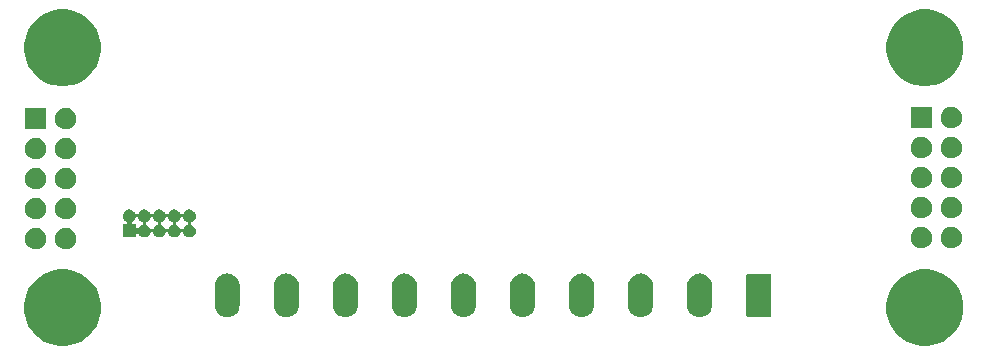
<source format=gbr>
G04 #@! TF.GenerationSoftware,KiCad,Pcbnew,5.1.5+dfsg1-2build2*
G04 #@! TF.CreationDate,2020-10-19T23:11:39-07:00*
G04 #@! TF.ProjectId,evc_seriously,6576635f-7365-4726-996f-75736c792e6b,rev?*
G04 #@! TF.SameCoordinates,Original*
G04 #@! TF.FileFunction,Soldermask,Bot*
G04 #@! TF.FilePolarity,Negative*
%FSLAX46Y46*%
G04 Gerber Fmt 4.6, Leading zero omitted, Abs format (unit mm)*
G04 Created by KiCad (PCBNEW 5.1.5+dfsg1-2build2) date 2020-10-19 23:11:39*
%MOMM*%
%LPD*%
G04 APERTURE LIST*
%ADD10C,0.100000*%
G04 APERTURE END LIST*
D10*
G36*
X217634239Y-122811467D02*
G01*
X217948282Y-122873934D01*
X218539926Y-123119001D01*
X218930164Y-123379750D01*
X218992251Y-123421235D01*
X219072392Y-123474784D01*
X219525216Y-123927608D01*
X219880999Y-124460074D01*
X220126066Y-125051718D01*
X220126066Y-125051719D01*
X220251000Y-125679803D01*
X220251000Y-126320197D01*
X220244131Y-126354728D01*
X220126066Y-126948282D01*
X219880999Y-127539926D01*
X219525216Y-128072392D01*
X219072392Y-128525216D01*
X218539926Y-128880999D01*
X217948282Y-129126066D01*
X217634239Y-129188533D01*
X217320197Y-129251000D01*
X216679803Y-129251000D01*
X216365761Y-129188533D01*
X216051718Y-129126066D01*
X215460074Y-128880999D01*
X214927608Y-128525216D01*
X214474784Y-128072392D01*
X214119001Y-127539926D01*
X213873934Y-126948282D01*
X213755869Y-126354728D01*
X213749000Y-126320197D01*
X213749000Y-125679803D01*
X213873934Y-125051719D01*
X213873934Y-125051718D01*
X214119001Y-124460074D01*
X214474784Y-123927608D01*
X214927608Y-123474784D01*
X215007750Y-123421235D01*
X215069836Y-123379750D01*
X215460074Y-123119001D01*
X216051718Y-122873934D01*
X216365761Y-122811467D01*
X216679803Y-122749000D01*
X217320197Y-122749000D01*
X217634239Y-122811467D01*
G37*
G36*
X144634239Y-122811467D02*
G01*
X144948282Y-122873934D01*
X145539926Y-123119001D01*
X145930164Y-123379750D01*
X145992251Y-123421235D01*
X146072392Y-123474784D01*
X146525216Y-123927608D01*
X146880999Y-124460074D01*
X147126066Y-125051718D01*
X147126066Y-125051719D01*
X147251000Y-125679803D01*
X147251000Y-126320197D01*
X147244131Y-126354728D01*
X147126066Y-126948282D01*
X146880999Y-127539926D01*
X146525216Y-128072392D01*
X146072392Y-128525216D01*
X145539926Y-128880999D01*
X144948282Y-129126066D01*
X144634239Y-129188533D01*
X144320197Y-129251000D01*
X143679803Y-129251000D01*
X143365761Y-129188533D01*
X143051718Y-129126066D01*
X142460074Y-128880999D01*
X141927608Y-128525216D01*
X141474784Y-128072392D01*
X141119001Y-127539926D01*
X140873934Y-126948282D01*
X140755869Y-126354728D01*
X140749000Y-126320197D01*
X140749000Y-125679803D01*
X140873934Y-125051719D01*
X140873934Y-125051718D01*
X141119001Y-124460074D01*
X141474784Y-123927608D01*
X141927608Y-123474784D01*
X142007750Y-123421235D01*
X142069836Y-123379750D01*
X142460074Y-123119001D01*
X143051718Y-122873934D01*
X143365761Y-122811467D01*
X143679803Y-122749000D01*
X144320197Y-122749000D01*
X144634239Y-122811467D01*
G37*
G36*
X168152032Y-123132207D02*
G01*
X168350146Y-123192305D01*
X168350149Y-123192306D01*
X168404873Y-123221557D01*
X168532729Y-123289897D01*
X168692765Y-123421235D01*
X168824103Y-123581271D01*
X168869939Y-123667025D01*
X168921694Y-123763851D01*
X168921695Y-123763854D01*
X168981793Y-123961968D01*
X168997000Y-124116370D01*
X168997000Y-125819630D01*
X168981793Y-125974032D01*
X168921695Y-126172145D01*
X168921694Y-126172149D01*
X168869939Y-126268975D01*
X168824103Y-126354729D01*
X168692765Y-126514765D01*
X168532729Y-126646103D01*
X168427729Y-126702226D01*
X168350148Y-126743694D01*
X168350145Y-126743695D01*
X168152031Y-126803793D01*
X167946000Y-126824085D01*
X167739968Y-126803793D01*
X167541854Y-126743695D01*
X167541851Y-126743694D01*
X167428024Y-126682852D01*
X167359271Y-126646103D01*
X167199235Y-126514765D01*
X167067897Y-126354729D01*
X166970307Y-126172149D01*
X166970306Y-126172148D01*
X166970305Y-126172145D01*
X166910207Y-125974031D01*
X166895000Y-125819629D01*
X166895000Y-124116369D01*
X166910207Y-123961967D01*
X166970305Y-123763854D01*
X167033904Y-123644870D01*
X167067898Y-123581271D01*
X167199236Y-123421235D01*
X167359272Y-123289897D01*
X167487128Y-123221557D01*
X167541852Y-123192306D01*
X167541855Y-123192305D01*
X167739969Y-123132207D01*
X167946000Y-123111915D01*
X168152032Y-123132207D01*
G37*
G36*
X158152032Y-123132207D02*
G01*
X158350146Y-123192305D01*
X158350149Y-123192306D01*
X158404873Y-123221557D01*
X158532729Y-123289897D01*
X158692765Y-123421235D01*
X158824103Y-123581271D01*
X158869939Y-123667025D01*
X158921694Y-123763851D01*
X158921695Y-123763854D01*
X158981793Y-123961968D01*
X158997000Y-124116370D01*
X158997000Y-125819630D01*
X158981793Y-125974032D01*
X158921695Y-126172145D01*
X158921694Y-126172149D01*
X158869939Y-126268975D01*
X158824103Y-126354729D01*
X158692765Y-126514765D01*
X158532729Y-126646103D01*
X158427729Y-126702226D01*
X158350148Y-126743694D01*
X158350145Y-126743695D01*
X158152031Y-126803793D01*
X157946000Y-126824085D01*
X157739968Y-126803793D01*
X157541854Y-126743695D01*
X157541851Y-126743694D01*
X157428024Y-126682852D01*
X157359271Y-126646103D01*
X157199235Y-126514765D01*
X157067897Y-126354729D01*
X156970307Y-126172149D01*
X156970306Y-126172148D01*
X156970305Y-126172145D01*
X156910207Y-125974031D01*
X156895000Y-125819629D01*
X156895000Y-124116369D01*
X156910207Y-123961967D01*
X156970305Y-123763854D01*
X157033904Y-123644870D01*
X157067898Y-123581271D01*
X157199236Y-123421235D01*
X157359272Y-123289897D01*
X157487128Y-123221557D01*
X157541852Y-123192306D01*
X157541855Y-123192305D01*
X157739969Y-123132207D01*
X157946000Y-123111915D01*
X158152032Y-123132207D01*
G37*
G36*
X163152032Y-123132207D02*
G01*
X163350146Y-123192305D01*
X163350149Y-123192306D01*
X163404873Y-123221557D01*
X163532729Y-123289897D01*
X163692765Y-123421235D01*
X163824103Y-123581271D01*
X163869939Y-123667025D01*
X163921694Y-123763851D01*
X163921695Y-123763854D01*
X163981793Y-123961968D01*
X163997000Y-124116370D01*
X163997000Y-125819630D01*
X163981793Y-125974032D01*
X163921695Y-126172145D01*
X163921694Y-126172149D01*
X163869939Y-126268975D01*
X163824103Y-126354729D01*
X163692765Y-126514765D01*
X163532729Y-126646103D01*
X163427729Y-126702226D01*
X163350148Y-126743694D01*
X163350145Y-126743695D01*
X163152031Y-126803793D01*
X162946000Y-126824085D01*
X162739968Y-126803793D01*
X162541854Y-126743695D01*
X162541851Y-126743694D01*
X162428024Y-126682852D01*
X162359271Y-126646103D01*
X162199235Y-126514765D01*
X162067897Y-126354729D01*
X161970307Y-126172149D01*
X161970306Y-126172148D01*
X161970305Y-126172145D01*
X161910207Y-125974031D01*
X161895000Y-125819629D01*
X161895000Y-124116369D01*
X161910207Y-123961967D01*
X161970305Y-123763854D01*
X162033904Y-123644870D01*
X162067898Y-123581271D01*
X162199236Y-123421235D01*
X162359272Y-123289897D01*
X162487128Y-123221557D01*
X162541852Y-123192306D01*
X162541855Y-123192305D01*
X162739969Y-123132207D01*
X162946000Y-123111915D01*
X163152032Y-123132207D01*
G37*
G36*
X173152032Y-123132207D02*
G01*
X173350146Y-123192305D01*
X173350149Y-123192306D01*
X173404873Y-123221557D01*
X173532729Y-123289897D01*
X173692765Y-123421235D01*
X173824103Y-123581271D01*
X173869939Y-123667025D01*
X173921694Y-123763851D01*
X173921695Y-123763854D01*
X173981793Y-123961968D01*
X173997000Y-124116370D01*
X173997000Y-125819630D01*
X173981793Y-125974032D01*
X173921695Y-126172145D01*
X173921694Y-126172149D01*
X173869939Y-126268975D01*
X173824103Y-126354729D01*
X173692765Y-126514765D01*
X173532729Y-126646103D01*
X173427729Y-126702226D01*
X173350148Y-126743694D01*
X173350145Y-126743695D01*
X173152031Y-126803793D01*
X172946000Y-126824085D01*
X172739968Y-126803793D01*
X172541854Y-126743695D01*
X172541851Y-126743694D01*
X172428024Y-126682852D01*
X172359271Y-126646103D01*
X172199235Y-126514765D01*
X172067897Y-126354729D01*
X171970307Y-126172149D01*
X171970306Y-126172148D01*
X171970305Y-126172145D01*
X171910207Y-125974031D01*
X171895000Y-125819629D01*
X171895000Y-124116369D01*
X171910207Y-123961967D01*
X171970305Y-123763854D01*
X172033904Y-123644870D01*
X172067898Y-123581271D01*
X172199236Y-123421235D01*
X172359272Y-123289897D01*
X172487128Y-123221557D01*
X172541852Y-123192306D01*
X172541855Y-123192305D01*
X172739969Y-123132207D01*
X172946000Y-123111915D01*
X173152032Y-123132207D01*
G37*
G36*
X178152032Y-123132207D02*
G01*
X178350146Y-123192305D01*
X178350149Y-123192306D01*
X178404873Y-123221557D01*
X178532729Y-123289897D01*
X178692765Y-123421235D01*
X178824103Y-123581271D01*
X178869939Y-123667025D01*
X178921694Y-123763851D01*
X178921695Y-123763854D01*
X178981793Y-123961968D01*
X178997000Y-124116370D01*
X178997000Y-125819630D01*
X178981793Y-125974032D01*
X178921695Y-126172145D01*
X178921694Y-126172149D01*
X178869939Y-126268975D01*
X178824103Y-126354729D01*
X178692765Y-126514765D01*
X178532729Y-126646103D01*
X178427729Y-126702226D01*
X178350148Y-126743694D01*
X178350145Y-126743695D01*
X178152031Y-126803793D01*
X177946000Y-126824085D01*
X177739968Y-126803793D01*
X177541854Y-126743695D01*
X177541851Y-126743694D01*
X177428024Y-126682852D01*
X177359271Y-126646103D01*
X177199235Y-126514765D01*
X177067897Y-126354729D01*
X176970307Y-126172149D01*
X176970306Y-126172148D01*
X176970305Y-126172145D01*
X176910207Y-125974031D01*
X176895000Y-125819629D01*
X176895000Y-124116369D01*
X176910207Y-123961967D01*
X176970305Y-123763854D01*
X177033904Y-123644870D01*
X177067898Y-123581271D01*
X177199236Y-123421235D01*
X177359272Y-123289897D01*
X177487128Y-123221557D01*
X177541852Y-123192306D01*
X177541855Y-123192305D01*
X177739969Y-123132207D01*
X177946000Y-123111915D01*
X178152032Y-123132207D01*
G37*
G36*
X183152032Y-123132207D02*
G01*
X183350146Y-123192305D01*
X183350149Y-123192306D01*
X183404873Y-123221557D01*
X183532729Y-123289897D01*
X183692765Y-123421235D01*
X183824103Y-123581271D01*
X183869939Y-123667025D01*
X183921694Y-123763851D01*
X183921695Y-123763854D01*
X183981793Y-123961968D01*
X183997000Y-124116370D01*
X183997000Y-125819630D01*
X183981793Y-125974032D01*
X183921695Y-126172145D01*
X183921694Y-126172149D01*
X183869939Y-126268975D01*
X183824103Y-126354729D01*
X183692765Y-126514765D01*
X183532729Y-126646103D01*
X183427729Y-126702226D01*
X183350148Y-126743694D01*
X183350145Y-126743695D01*
X183152031Y-126803793D01*
X182946000Y-126824085D01*
X182739968Y-126803793D01*
X182541854Y-126743695D01*
X182541851Y-126743694D01*
X182428024Y-126682852D01*
X182359271Y-126646103D01*
X182199235Y-126514765D01*
X182067897Y-126354729D01*
X181970307Y-126172149D01*
X181970306Y-126172148D01*
X181970305Y-126172145D01*
X181910207Y-125974031D01*
X181895000Y-125819629D01*
X181895000Y-124116369D01*
X181910207Y-123961967D01*
X181970305Y-123763854D01*
X182033904Y-123644870D01*
X182067898Y-123581271D01*
X182199236Y-123421235D01*
X182359272Y-123289897D01*
X182487128Y-123221557D01*
X182541852Y-123192306D01*
X182541855Y-123192305D01*
X182739969Y-123132207D01*
X182946000Y-123111915D01*
X183152032Y-123132207D01*
G37*
G36*
X188152032Y-123132207D02*
G01*
X188350146Y-123192305D01*
X188350149Y-123192306D01*
X188404873Y-123221557D01*
X188532729Y-123289897D01*
X188692765Y-123421235D01*
X188824103Y-123581271D01*
X188869939Y-123667025D01*
X188921694Y-123763851D01*
X188921695Y-123763854D01*
X188981793Y-123961968D01*
X188997000Y-124116370D01*
X188997000Y-125819630D01*
X188981793Y-125974032D01*
X188921695Y-126172145D01*
X188921694Y-126172149D01*
X188869939Y-126268975D01*
X188824103Y-126354729D01*
X188692765Y-126514765D01*
X188532729Y-126646103D01*
X188427729Y-126702226D01*
X188350148Y-126743694D01*
X188350145Y-126743695D01*
X188152031Y-126803793D01*
X187946000Y-126824085D01*
X187739968Y-126803793D01*
X187541854Y-126743695D01*
X187541851Y-126743694D01*
X187428024Y-126682852D01*
X187359271Y-126646103D01*
X187199235Y-126514765D01*
X187067897Y-126354729D01*
X186970307Y-126172149D01*
X186970306Y-126172148D01*
X186970305Y-126172145D01*
X186910207Y-125974031D01*
X186895000Y-125819629D01*
X186895000Y-124116369D01*
X186910207Y-123961967D01*
X186970305Y-123763854D01*
X187033904Y-123644870D01*
X187067898Y-123581271D01*
X187199236Y-123421235D01*
X187359272Y-123289897D01*
X187487128Y-123221557D01*
X187541852Y-123192306D01*
X187541855Y-123192305D01*
X187739969Y-123132207D01*
X187946000Y-123111915D01*
X188152032Y-123132207D01*
G37*
G36*
X193152032Y-123132207D02*
G01*
X193350146Y-123192305D01*
X193350149Y-123192306D01*
X193404873Y-123221557D01*
X193532729Y-123289897D01*
X193692765Y-123421235D01*
X193824103Y-123581271D01*
X193869939Y-123667025D01*
X193921694Y-123763851D01*
X193921695Y-123763854D01*
X193981793Y-123961968D01*
X193997000Y-124116370D01*
X193997000Y-125819630D01*
X193981793Y-125974032D01*
X193921695Y-126172145D01*
X193921694Y-126172149D01*
X193869939Y-126268975D01*
X193824103Y-126354729D01*
X193692765Y-126514765D01*
X193532729Y-126646103D01*
X193427729Y-126702226D01*
X193350148Y-126743694D01*
X193350145Y-126743695D01*
X193152031Y-126803793D01*
X192946000Y-126824085D01*
X192739968Y-126803793D01*
X192541854Y-126743695D01*
X192541851Y-126743694D01*
X192428024Y-126682852D01*
X192359271Y-126646103D01*
X192199235Y-126514765D01*
X192067897Y-126354729D01*
X191970307Y-126172149D01*
X191970306Y-126172148D01*
X191970305Y-126172145D01*
X191910207Y-125974031D01*
X191895000Y-125819629D01*
X191895000Y-124116369D01*
X191910207Y-123961967D01*
X191970305Y-123763854D01*
X192033904Y-123644870D01*
X192067898Y-123581271D01*
X192199236Y-123421235D01*
X192359272Y-123289897D01*
X192487128Y-123221557D01*
X192541852Y-123192306D01*
X192541855Y-123192305D01*
X192739969Y-123132207D01*
X192946000Y-123111915D01*
X193152032Y-123132207D01*
G37*
G36*
X198152032Y-123132207D02*
G01*
X198350146Y-123192305D01*
X198350149Y-123192306D01*
X198404873Y-123221557D01*
X198532729Y-123289897D01*
X198692765Y-123421235D01*
X198824103Y-123581271D01*
X198869939Y-123667025D01*
X198921694Y-123763851D01*
X198921695Y-123763854D01*
X198981793Y-123961968D01*
X198997000Y-124116370D01*
X198997000Y-125819630D01*
X198981793Y-125974032D01*
X198921695Y-126172145D01*
X198921694Y-126172149D01*
X198869939Y-126268975D01*
X198824103Y-126354729D01*
X198692765Y-126514765D01*
X198532729Y-126646103D01*
X198427729Y-126702226D01*
X198350148Y-126743694D01*
X198350145Y-126743695D01*
X198152031Y-126803793D01*
X197946000Y-126824085D01*
X197739968Y-126803793D01*
X197541854Y-126743695D01*
X197541851Y-126743694D01*
X197428024Y-126682852D01*
X197359271Y-126646103D01*
X197199235Y-126514765D01*
X197067897Y-126354729D01*
X196970307Y-126172149D01*
X196970306Y-126172148D01*
X196970305Y-126172145D01*
X196910207Y-125974031D01*
X196895000Y-125819629D01*
X196895000Y-124116369D01*
X196910207Y-123961967D01*
X196970305Y-123763854D01*
X197033904Y-123644870D01*
X197067898Y-123581271D01*
X197199236Y-123421235D01*
X197359272Y-123289897D01*
X197487128Y-123221557D01*
X197541852Y-123192306D01*
X197541855Y-123192305D01*
X197739969Y-123132207D01*
X197946000Y-123111915D01*
X198152032Y-123132207D01*
G37*
G36*
X203860852Y-123120840D02*
G01*
X203892443Y-123130423D01*
X203921557Y-123145985D01*
X203947074Y-123166926D01*
X203968015Y-123192443D01*
X203983577Y-123221557D01*
X203993160Y-123253148D01*
X203997000Y-123292140D01*
X203997000Y-126643860D01*
X203993160Y-126682852D01*
X203983577Y-126714443D01*
X203968015Y-126743557D01*
X203947074Y-126769074D01*
X203921557Y-126790015D01*
X203892443Y-126805577D01*
X203860852Y-126815160D01*
X203821860Y-126819000D01*
X202070140Y-126819000D01*
X202031148Y-126815160D01*
X201999557Y-126805577D01*
X201970443Y-126790015D01*
X201944926Y-126769074D01*
X201923985Y-126743557D01*
X201908423Y-126714443D01*
X201898840Y-126682852D01*
X201895000Y-126643860D01*
X201895000Y-123292140D01*
X201898840Y-123253148D01*
X201908423Y-123221557D01*
X201923985Y-123192443D01*
X201944926Y-123166926D01*
X201970443Y-123145985D01*
X201999557Y-123130423D01*
X202031148Y-123120840D01*
X202070140Y-123117000D01*
X203821860Y-123117000D01*
X203860852Y-123120840D01*
G37*
G36*
X141845512Y-119263927D02*
G01*
X141994812Y-119293624D01*
X142158784Y-119361544D01*
X142306354Y-119460147D01*
X142431853Y-119585646D01*
X142530456Y-119733216D01*
X142598376Y-119897188D01*
X142633000Y-120071259D01*
X142633000Y-120248741D01*
X142598376Y-120422812D01*
X142530456Y-120586784D01*
X142431853Y-120734354D01*
X142306354Y-120859853D01*
X142158784Y-120958456D01*
X141994812Y-121026376D01*
X141845512Y-121056073D01*
X141820742Y-121061000D01*
X141643258Y-121061000D01*
X141618488Y-121056073D01*
X141469188Y-121026376D01*
X141305216Y-120958456D01*
X141157646Y-120859853D01*
X141032147Y-120734354D01*
X140933544Y-120586784D01*
X140865624Y-120422812D01*
X140831000Y-120248741D01*
X140831000Y-120071259D01*
X140865624Y-119897188D01*
X140933544Y-119733216D01*
X141032147Y-119585646D01*
X141157646Y-119460147D01*
X141305216Y-119361544D01*
X141469188Y-119293624D01*
X141618488Y-119263927D01*
X141643258Y-119259000D01*
X141820742Y-119259000D01*
X141845512Y-119263927D01*
G37*
G36*
X144385512Y-119263927D02*
G01*
X144534812Y-119293624D01*
X144698784Y-119361544D01*
X144846354Y-119460147D01*
X144971853Y-119585646D01*
X145070456Y-119733216D01*
X145138376Y-119897188D01*
X145173000Y-120071259D01*
X145173000Y-120248741D01*
X145138376Y-120422812D01*
X145070456Y-120586784D01*
X144971853Y-120734354D01*
X144846354Y-120859853D01*
X144698784Y-120958456D01*
X144534812Y-121026376D01*
X144385512Y-121056073D01*
X144360742Y-121061000D01*
X144183258Y-121061000D01*
X144158488Y-121056073D01*
X144009188Y-121026376D01*
X143845216Y-120958456D01*
X143697646Y-120859853D01*
X143572147Y-120734354D01*
X143473544Y-120586784D01*
X143405624Y-120422812D01*
X143371000Y-120248741D01*
X143371000Y-120071259D01*
X143405624Y-119897188D01*
X143473544Y-119733216D01*
X143572147Y-119585646D01*
X143697646Y-119460147D01*
X143845216Y-119361544D01*
X144009188Y-119293624D01*
X144158488Y-119263927D01*
X144183258Y-119259000D01*
X144360742Y-119259000D01*
X144385512Y-119263927D01*
G37*
G36*
X219363512Y-119183927D02*
G01*
X219512812Y-119213624D01*
X219676784Y-119281544D01*
X219824354Y-119380147D01*
X219949853Y-119505646D01*
X220048456Y-119653216D01*
X220116376Y-119817188D01*
X220146073Y-119966488D01*
X220150410Y-119988290D01*
X220151000Y-119991259D01*
X220151000Y-120168741D01*
X220116376Y-120342812D01*
X220048456Y-120506784D01*
X219949853Y-120654354D01*
X219824354Y-120779853D01*
X219676784Y-120878456D01*
X219512812Y-120946376D01*
X219363512Y-120976073D01*
X219338742Y-120981000D01*
X219161258Y-120981000D01*
X219136488Y-120976073D01*
X218987188Y-120946376D01*
X218823216Y-120878456D01*
X218675646Y-120779853D01*
X218550147Y-120654354D01*
X218451544Y-120506784D01*
X218383624Y-120342812D01*
X218349000Y-120168741D01*
X218349000Y-119991259D01*
X218349591Y-119988290D01*
X218353927Y-119966488D01*
X218383624Y-119817188D01*
X218451544Y-119653216D01*
X218550147Y-119505646D01*
X218675646Y-119380147D01*
X218823216Y-119281544D01*
X218987188Y-119213624D01*
X219136488Y-119183927D01*
X219161258Y-119179000D01*
X219338742Y-119179000D01*
X219363512Y-119183927D01*
G37*
G36*
X216823512Y-119183927D02*
G01*
X216972812Y-119213624D01*
X217136784Y-119281544D01*
X217284354Y-119380147D01*
X217409853Y-119505646D01*
X217508456Y-119653216D01*
X217576376Y-119817188D01*
X217606073Y-119966488D01*
X217610410Y-119988290D01*
X217611000Y-119991259D01*
X217611000Y-120168741D01*
X217576376Y-120342812D01*
X217508456Y-120506784D01*
X217409853Y-120654354D01*
X217284354Y-120779853D01*
X217136784Y-120878456D01*
X216972812Y-120946376D01*
X216823512Y-120976073D01*
X216798742Y-120981000D01*
X216621258Y-120981000D01*
X216596488Y-120976073D01*
X216447188Y-120946376D01*
X216283216Y-120878456D01*
X216135646Y-120779853D01*
X216010147Y-120654354D01*
X215911544Y-120506784D01*
X215843624Y-120342812D01*
X215809000Y-120168741D01*
X215809000Y-119991259D01*
X215809591Y-119988290D01*
X215813927Y-119966488D01*
X215843624Y-119817188D01*
X215911544Y-119653216D01*
X216010147Y-119505646D01*
X216135646Y-119380147D01*
X216283216Y-119281544D01*
X216447188Y-119213624D01*
X216596488Y-119183927D01*
X216621258Y-119179000D01*
X216798742Y-119179000D01*
X216823512Y-119183927D01*
G37*
G36*
X149820721Y-117700174D02*
G01*
X149920995Y-117741709D01*
X149920996Y-117741710D01*
X150011242Y-117802010D01*
X150087990Y-117878758D01*
X150118345Y-117924188D01*
X150148291Y-117969005D01*
X150179516Y-118044389D01*
X150191067Y-118066000D01*
X150206612Y-118084941D01*
X150225554Y-118100487D01*
X150247165Y-118112038D01*
X150270614Y-118119151D01*
X150295000Y-118121553D01*
X150319386Y-118119151D01*
X150342835Y-118112038D01*
X150364446Y-118100487D01*
X150383387Y-118084942D01*
X150398933Y-118066000D01*
X150410484Y-118044389D01*
X150441709Y-117969005D01*
X150471655Y-117924188D01*
X150502010Y-117878758D01*
X150578758Y-117802010D01*
X150669004Y-117741710D01*
X150669005Y-117741709D01*
X150769279Y-117700174D01*
X150875730Y-117679000D01*
X150984270Y-117679000D01*
X151090721Y-117700174D01*
X151190995Y-117741709D01*
X151190996Y-117741710D01*
X151281242Y-117802010D01*
X151357990Y-117878758D01*
X151388345Y-117924188D01*
X151418291Y-117969005D01*
X151449516Y-118044389D01*
X151461067Y-118066000D01*
X151476612Y-118084941D01*
X151495554Y-118100487D01*
X151517165Y-118112038D01*
X151540614Y-118119151D01*
X151565000Y-118121553D01*
X151589386Y-118119151D01*
X151612835Y-118112038D01*
X151634446Y-118100487D01*
X151653387Y-118084942D01*
X151668933Y-118066000D01*
X151680484Y-118044389D01*
X151711709Y-117969005D01*
X151741655Y-117924188D01*
X151772010Y-117878758D01*
X151848758Y-117802010D01*
X151939004Y-117741710D01*
X151939005Y-117741709D01*
X152039279Y-117700174D01*
X152145730Y-117679000D01*
X152254270Y-117679000D01*
X152360721Y-117700174D01*
X152460995Y-117741709D01*
X152460996Y-117741710D01*
X152551242Y-117802010D01*
X152627990Y-117878758D01*
X152658345Y-117924188D01*
X152688291Y-117969005D01*
X152719516Y-118044389D01*
X152731067Y-118066000D01*
X152746612Y-118084941D01*
X152765554Y-118100487D01*
X152787165Y-118112038D01*
X152810614Y-118119151D01*
X152835000Y-118121553D01*
X152859386Y-118119151D01*
X152882835Y-118112038D01*
X152904446Y-118100487D01*
X152923387Y-118084942D01*
X152938933Y-118066000D01*
X152950484Y-118044389D01*
X152981709Y-117969005D01*
X153011655Y-117924188D01*
X153042010Y-117878758D01*
X153118758Y-117802010D01*
X153209004Y-117741710D01*
X153209005Y-117741709D01*
X153309279Y-117700174D01*
X153415730Y-117679000D01*
X153524270Y-117679000D01*
X153630721Y-117700174D01*
X153730995Y-117741709D01*
X153730996Y-117741710D01*
X153821242Y-117802010D01*
X153897990Y-117878758D01*
X153928345Y-117924188D01*
X153958291Y-117969005D01*
X153989516Y-118044389D01*
X154001067Y-118066000D01*
X154016612Y-118084941D01*
X154035554Y-118100487D01*
X154057165Y-118112038D01*
X154080614Y-118119151D01*
X154105000Y-118121553D01*
X154129386Y-118119151D01*
X154152835Y-118112038D01*
X154174446Y-118100487D01*
X154193387Y-118084942D01*
X154208933Y-118066000D01*
X154220484Y-118044389D01*
X154251709Y-117969005D01*
X154281655Y-117924188D01*
X154312010Y-117878758D01*
X154388758Y-117802010D01*
X154479004Y-117741710D01*
X154479005Y-117741709D01*
X154579279Y-117700174D01*
X154685730Y-117679000D01*
X154794270Y-117679000D01*
X154900721Y-117700174D01*
X155000995Y-117741709D01*
X155000996Y-117741710D01*
X155091242Y-117802010D01*
X155167990Y-117878758D01*
X155198345Y-117924188D01*
X155228291Y-117969005D01*
X155269826Y-118069279D01*
X155291000Y-118175730D01*
X155291000Y-118284270D01*
X155269826Y-118390721D01*
X155228291Y-118490995D01*
X155228290Y-118490996D01*
X155167990Y-118581242D01*
X155091242Y-118657990D01*
X155045812Y-118688345D01*
X155000995Y-118718291D01*
X154925611Y-118749516D01*
X154904000Y-118761067D01*
X154885059Y-118776612D01*
X154869513Y-118795554D01*
X154857962Y-118817165D01*
X154850849Y-118840614D01*
X154848447Y-118865000D01*
X154850849Y-118889386D01*
X154857962Y-118912835D01*
X154869513Y-118934446D01*
X154885058Y-118953387D01*
X154904000Y-118968933D01*
X154925611Y-118980484D01*
X155000995Y-119011709D01*
X155000996Y-119011710D01*
X155091242Y-119072010D01*
X155167990Y-119148758D01*
X155167991Y-119148760D01*
X155228291Y-119239005D01*
X155269826Y-119339279D01*
X155291000Y-119445730D01*
X155291000Y-119554270D01*
X155269826Y-119660721D01*
X155228291Y-119760995D01*
X155228290Y-119760996D01*
X155167990Y-119851242D01*
X155091242Y-119927990D01*
X155045812Y-119958345D01*
X155000995Y-119988291D01*
X154900721Y-120029826D01*
X154794270Y-120051000D01*
X154685730Y-120051000D01*
X154579279Y-120029826D01*
X154479005Y-119988291D01*
X154434188Y-119958345D01*
X154388758Y-119927990D01*
X154312010Y-119851242D01*
X154251710Y-119760996D01*
X154251709Y-119760995D01*
X154220484Y-119685611D01*
X154208933Y-119664000D01*
X154193388Y-119645059D01*
X154174446Y-119629513D01*
X154152835Y-119617962D01*
X154129386Y-119610849D01*
X154105000Y-119608447D01*
X154080614Y-119610849D01*
X154057165Y-119617962D01*
X154035554Y-119629513D01*
X154016613Y-119645058D01*
X154001067Y-119664000D01*
X153989516Y-119685611D01*
X153958291Y-119760995D01*
X153958290Y-119760996D01*
X153897990Y-119851242D01*
X153821242Y-119927990D01*
X153775812Y-119958345D01*
X153730995Y-119988291D01*
X153630721Y-120029826D01*
X153524270Y-120051000D01*
X153415730Y-120051000D01*
X153309279Y-120029826D01*
X153209005Y-119988291D01*
X153164188Y-119958345D01*
X153118758Y-119927990D01*
X153042010Y-119851242D01*
X152981710Y-119760996D01*
X152981709Y-119760995D01*
X152950484Y-119685611D01*
X152938933Y-119664000D01*
X152923388Y-119645059D01*
X152904446Y-119629513D01*
X152882835Y-119617962D01*
X152859386Y-119610849D01*
X152835000Y-119608447D01*
X152810614Y-119610849D01*
X152787165Y-119617962D01*
X152765554Y-119629513D01*
X152746613Y-119645058D01*
X152731067Y-119664000D01*
X152719516Y-119685611D01*
X152688291Y-119760995D01*
X152688290Y-119760996D01*
X152627990Y-119851242D01*
X152551242Y-119927990D01*
X152505812Y-119958345D01*
X152460995Y-119988291D01*
X152360721Y-120029826D01*
X152254270Y-120051000D01*
X152145730Y-120051000D01*
X152039279Y-120029826D01*
X151939005Y-119988291D01*
X151894188Y-119958345D01*
X151848758Y-119927990D01*
X151772010Y-119851242D01*
X151711710Y-119760996D01*
X151711709Y-119760995D01*
X151680484Y-119685611D01*
X151668933Y-119664000D01*
X151653388Y-119645059D01*
X151634446Y-119629513D01*
X151612835Y-119617962D01*
X151589386Y-119610849D01*
X151565000Y-119608447D01*
X151540614Y-119610849D01*
X151517165Y-119617962D01*
X151495554Y-119629513D01*
X151476613Y-119645058D01*
X151461067Y-119664000D01*
X151449516Y-119685611D01*
X151418291Y-119760995D01*
X151418290Y-119760996D01*
X151357990Y-119851242D01*
X151281242Y-119927990D01*
X151235812Y-119958345D01*
X151190995Y-119988291D01*
X151090721Y-120029826D01*
X150984270Y-120051000D01*
X150875730Y-120051000D01*
X150769279Y-120029826D01*
X150669005Y-119988291D01*
X150624188Y-119958345D01*
X150578758Y-119927990D01*
X150502010Y-119851242D01*
X150479256Y-119817188D01*
X150439932Y-119758336D01*
X150424386Y-119739394D01*
X150405444Y-119723849D01*
X150383833Y-119712298D01*
X150360385Y-119705185D01*
X150335998Y-119702783D01*
X150311612Y-119705185D01*
X150288163Y-119712298D01*
X150266553Y-119723849D01*
X150247611Y-119739395D01*
X150232066Y-119758337D01*
X150220515Y-119779948D01*
X150213402Y-119803396D01*
X150211000Y-119827782D01*
X150211000Y-120051000D01*
X149109000Y-120051000D01*
X149109000Y-118949000D01*
X149332218Y-118949000D01*
X149356604Y-118946598D01*
X149380053Y-118939485D01*
X149401664Y-118927934D01*
X149420606Y-118912389D01*
X149436151Y-118893447D01*
X149447702Y-118871836D01*
X149454815Y-118848387D01*
X149457216Y-118824002D01*
X149862783Y-118824002D01*
X149865185Y-118848388D01*
X149872298Y-118871837D01*
X149883849Y-118893447D01*
X149899395Y-118912389D01*
X149918337Y-118927934D01*
X149939948Y-118939485D01*
X149963396Y-118946598D01*
X149987782Y-118949000D01*
X150211000Y-118949000D01*
X150211000Y-119172218D01*
X150213402Y-119196604D01*
X150220515Y-119220053D01*
X150232066Y-119241664D01*
X150247611Y-119260606D01*
X150266553Y-119276151D01*
X150288164Y-119287702D01*
X150311613Y-119294815D01*
X150335999Y-119297217D01*
X150360385Y-119294815D01*
X150383834Y-119287702D01*
X150405445Y-119276151D01*
X150424387Y-119260606D01*
X150439932Y-119241664D01*
X150502009Y-119148760D01*
X150502010Y-119148758D01*
X150578758Y-119072010D01*
X150669004Y-119011710D01*
X150669005Y-119011709D01*
X150744389Y-118980484D01*
X150766000Y-118968933D01*
X150784941Y-118953388D01*
X150800487Y-118934446D01*
X150812038Y-118912835D01*
X150819151Y-118889386D01*
X150821553Y-118865000D01*
X151038447Y-118865000D01*
X151040849Y-118889386D01*
X151047962Y-118912835D01*
X151059513Y-118934446D01*
X151075058Y-118953387D01*
X151094000Y-118968933D01*
X151115611Y-118980484D01*
X151190995Y-119011709D01*
X151190996Y-119011710D01*
X151281242Y-119072010D01*
X151357990Y-119148758D01*
X151357991Y-119148760D01*
X151418291Y-119239005D01*
X151449516Y-119314389D01*
X151461067Y-119336000D01*
X151476612Y-119354941D01*
X151495554Y-119370487D01*
X151517165Y-119382038D01*
X151540614Y-119389151D01*
X151565000Y-119391553D01*
X151589386Y-119389151D01*
X151612835Y-119382038D01*
X151634446Y-119370487D01*
X151653387Y-119354942D01*
X151668933Y-119336000D01*
X151680484Y-119314389D01*
X151711709Y-119239005D01*
X151772009Y-119148760D01*
X151772010Y-119148758D01*
X151848758Y-119072010D01*
X151939004Y-119011710D01*
X151939005Y-119011709D01*
X152014389Y-118980484D01*
X152036000Y-118968933D01*
X152054941Y-118953388D01*
X152070487Y-118934446D01*
X152082038Y-118912835D01*
X152089151Y-118889386D01*
X152091553Y-118865000D01*
X152308447Y-118865000D01*
X152310849Y-118889386D01*
X152317962Y-118912835D01*
X152329513Y-118934446D01*
X152345058Y-118953387D01*
X152364000Y-118968933D01*
X152385611Y-118980484D01*
X152460995Y-119011709D01*
X152460996Y-119011710D01*
X152551242Y-119072010D01*
X152627990Y-119148758D01*
X152627991Y-119148760D01*
X152688291Y-119239005D01*
X152719516Y-119314389D01*
X152731067Y-119336000D01*
X152746612Y-119354941D01*
X152765554Y-119370487D01*
X152787165Y-119382038D01*
X152810614Y-119389151D01*
X152835000Y-119391553D01*
X152859386Y-119389151D01*
X152882835Y-119382038D01*
X152904446Y-119370487D01*
X152923387Y-119354942D01*
X152938933Y-119336000D01*
X152950484Y-119314389D01*
X152981709Y-119239005D01*
X153042009Y-119148760D01*
X153042010Y-119148758D01*
X153118758Y-119072010D01*
X153209004Y-119011710D01*
X153209005Y-119011709D01*
X153284389Y-118980484D01*
X153306000Y-118968933D01*
X153324941Y-118953388D01*
X153340487Y-118934446D01*
X153352038Y-118912835D01*
X153359151Y-118889386D01*
X153361553Y-118865000D01*
X153578447Y-118865000D01*
X153580849Y-118889386D01*
X153587962Y-118912835D01*
X153599513Y-118934446D01*
X153615058Y-118953387D01*
X153634000Y-118968933D01*
X153655611Y-118980484D01*
X153730995Y-119011709D01*
X153730996Y-119011710D01*
X153821242Y-119072010D01*
X153897990Y-119148758D01*
X153897991Y-119148760D01*
X153958291Y-119239005D01*
X153989516Y-119314389D01*
X154001067Y-119336000D01*
X154016612Y-119354941D01*
X154035554Y-119370487D01*
X154057165Y-119382038D01*
X154080614Y-119389151D01*
X154105000Y-119391553D01*
X154129386Y-119389151D01*
X154152835Y-119382038D01*
X154174446Y-119370487D01*
X154193387Y-119354942D01*
X154208933Y-119336000D01*
X154220484Y-119314389D01*
X154251709Y-119239005D01*
X154312009Y-119148760D01*
X154312010Y-119148758D01*
X154388758Y-119072010D01*
X154479004Y-119011710D01*
X154479005Y-119011709D01*
X154554389Y-118980484D01*
X154576000Y-118968933D01*
X154594941Y-118953388D01*
X154610487Y-118934446D01*
X154622038Y-118912835D01*
X154629151Y-118889386D01*
X154631553Y-118865000D01*
X154629151Y-118840614D01*
X154622038Y-118817165D01*
X154610487Y-118795554D01*
X154594942Y-118776613D01*
X154576000Y-118761067D01*
X154554389Y-118749516D01*
X154479005Y-118718291D01*
X154434188Y-118688345D01*
X154388758Y-118657990D01*
X154312010Y-118581242D01*
X154251710Y-118490996D01*
X154251709Y-118490995D01*
X154220484Y-118415611D01*
X154208933Y-118394000D01*
X154193388Y-118375059D01*
X154174446Y-118359513D01*
X154152835Y-118347962D01*
X154129386Y-118340849D01*
X154105000Y-118338447D01*
X154080614Y-118340849D01*
X154057165Y-118347962D01*
X154035554Y-118359513D01*
X154016613Y-118375058D01*
X154001067Y-118394000D01*
X153989516Y-118415611D01*
X153958291Y-118490995D01*
X153958290Y-118490996D01*
X153897990Y-118581242D01*
X153821242Y-118657990D01*
X153775812Y-118688345D01*
X153730995Y-118718291D01*
X153655611Y-118749516D01*
X153634000Y-118761067D01*
X153615059Y-118776612D01*
X153599513Y-118795554D01*
X153587962Y-118817165D01*
X153580849Y-118840614D01*
X153578447Y-118865000D01*
X153361553Y-118865000D01*
X153359151Y-118840614D01*
X153352038Y-118817165D01*
X153340487Y-118795554D01*
X153324942Y-118776613D01*
X153306000Y-118761067D01*
X153284389Y-118749516D01*
X153209005Y-118718291D01*
X153164188Y-118688345D01*
X153118758Y-118657990D01*
X153042010Y-118581242D01*
X152981710Y-118490996D01*
X152981709Y-118490995D01*
X152950484Y-118415611D01*
X152938933Y-118394000D01*
X152923388Y-118375059D01*
X152904446Y-118359513D01*
X152882835Y-118347962D01*
X152859386Y-118340849D01*
X152835000Y-118338447D01*
X152810614Y-118340849D01*
X152787165Y-118347962D01*
X152765554Y-118359513D01*
X152746613Y-118375058D01*
X152731067Y-118394000D01*
X152719516Y-118415611D01*
X152688291Y-118490995D01*
X152688290Y-118490996D01*
X152627990Y-118581242D01*
X152551242Y-118657990D01*
X152505812Y-118688345D01*
X152460995Y-118718291D01*
X152385611Y-118749516D01*
X152364000Y-118761067D01*
X152345059Y-118776612D01*
X152329513Y-118795554D01*
X152317962Y-118817165D01*
X152310849Y-118840614D01*
X152308447Y-118865000D01*
X152091553Y-118865000D01*
X152089151Y-118840614D01*
X152082038Y-118817165D01*
X152070487Y-118795554D01*
X152054942Y-118776613D01*
X152036000Y-118761067D01*
X152014389Y-118749516D01*
X151939005Y-118718291D01*
X151894188Y-118688345D01*
X151848758Y-118657990D01*
X151772010Y-118581242D01*
X151711710Y-118490996D01*
X151711709Y-118490995D01*
X151680484Y-118415611D01*
X151668933Y-118394000D01*
X151653388Y-118375059D01*
X151634446Y-118359513D01*
X151612835Y-118347962D01*
X151589386Y-118340849D01*
X151565000Y-118338447D01*
X151540614Y-118340849D01*
X151517165Y-118347962D01*
X151495554Y-118359513D01*
X151476613Y-118375058D01*
X151461067Y-118394000D01*
X151449516Y-118415611D01*
X151418291Y-118490995D01*
X151418290Y-118490996D01*
X151357990Y-118581242D01*
X151281242Y-118657990D01*
X151235812Y-118688345D01*
X151190995Y-118718291D01*
X151115611Y-118749516D01*
X151094000Y-118761067D01*
X151075059Y-118776612D01*
X151059513Y-118795554D01*
X151047962Y-118817165D01*
X151040849Y-118840614D01*
X151038447Y-118865000D01*
X150821553Y-118865000D01*
X150819151Y-118840614D01*
X150812038Y-118817165D01*
X150800487Y-118795554D01*
X150784942Y-118776613D01*
X150766000Y-118761067D01*
X150744389Y-118749516D01*
X150669005Y-118718291D01*
X150624188Y-118688345D01*
X150578758Y-118657990D01*
X150502010Y-118581242D01*
X150441710Y-118490996D01*
X150441709Y-118490995D01*
X150410484Y-118415611D01*
X150398933Y-118394000D01*
X150383388Y-118375059D01*
X150364446Y-118359513D01*
X150342835Y-118347962D01*
X150319386Y-118340849D01*
X150295000Y-118338447D01*
X150270614Y-118340849D01*
X150247165Y-118347962D01*
X150225554Y-118359513D01*
X150206613Y-118375058D01*
X150191067Y-118394000D01*
X150179516Y-118415611D01*
X150148291Y-118490995D01*
X150148290Y-118490996D01*
X150087990Y-118581242D01*
X150011242Y-118657990D01*
X149979816Y-118678988D01*
X149918336Y-118720068D01*
X149899394Y-118735614D01*
X149883849Y-118754556D01*
X149872298Y-118776167D01*
X149865185Y-118799615D01*
X149862783Y-118824002D01*
X149457216Y-118824002D01*
X149457217Y-118824001D01*
X149454815Y-118799615D01*
X149447702Y-118776166D01*
X149436151Y-118754555D01*
X149420606Y-118735613D01*
X149401664Y-118720068D01*
X149340184Y-118678988D01*
X149308758Y-118657990D01*
X149232010Y-118581242D01*
X149171710Y-118490996D01*
X149171709Y-118490995D01*
X149130174Y-118390721D01*
X149109000Y-118284270D01*
X149109000Y-118175730D01*
X149130174Y-118069279D01*
X149171709Y-117969005D01*
X149201655Y-117924188D01*
X149232010Y-117878758D01*
X149308758Y-117802010D01*
X149399004Y-117741710D01*
X149399005Y-117741709D01*
X149499279Y-117700174D01*
X149605730Y-117679000D01*
X149714270Y-117679000D01*
X149820721Y-117700174D01*
G37*
G36*
X141845512Y-116723927D02*
G01*
X141994812Y-116753624D01*
X142158784Y-116821544D01*
X142306354Y-116920147D01*
X142431853Y-117045646D01*
X142530456Y-117193216D01*
X142598376Y-117357188D01*
X142633000Y-117531259D01*
X142633000Y-117708741D01*
X142598376Y-117882812D01*
X142530456Y-118046784D01*
X142431853Y-118194354D01*
X142306354Y-118319853D01*
X142158784Y-118418456D01*
X141994812Y-118486376D01*
X141845512Y-118516073D01*
X141820742Y-118521000D01*
X141643258Y-118521000D01*
X141618488Y-118516073D01*
X141469188Y-118486376D01*
X141305216Y-118418456D01*
X141157646Y-118319853D01*
X141032147Y-118194354D01*
X140933544Y-118046784D01*
X140865624Y-117882812D01*
X140831000Y-117708741D01*
X140831000Y-117531259D01*
X140865624Y-117357188D01*
X140933544Y-117193216D01*
X141032147Y-117045646D01*
X141157646Y-116920147D01*
X141305216Y-116821544D01*
X141469188Y-116753624D01*
X141618488Y-116723927D01*
X141643258Y-116719000D01*
X141820742Y-116719000D01*
X141845512Y-116723927D01*
G37*
G36*
X144385512Y-116723927D02*
G01*
X144534812Y-116753624D01*
X144698784Y-116821544D01*
X144846354Y-116920147D01*
X144971853Y-117045646D01*
X145070456Y-117193216D01*
X145138376Y-117357188D01*
X145173000Y-117531259D01*
X145173000Y-117708741D01*
X145138376Y-117882812D01*
X145070456Y-118046784D01*
X144971853Y-118194354D01*
X144846354Y-118319853D01*
X144698784Y-118418456D01*
X144534812Y-118486376D01*
X144385512Y-118516073D01*
X144360742Y-118521000D01*
X144183258Y-118521000D01*
X144158488Y-118516073D01*
X144009188Y-118486376D01*
X143845216Y-118418456D01*
X143697646Y-118319853D01*
X143572147Y-118194354D01*
X143473544Y-118046784D01*
X143405624Y-117882812D01*
X143371000Y-117708741D01*
X143371000Y-117531259D01*
X143405624Y-117357188D01*
X143473544Y-117193216D01*
X143572147Y-117045646D01*
X143697646Y-116920147D01*
X143845216Y-116821544D01*
X144009188Y-116753624D01*
X144158488Y-116723927D01*
X144183258Y-116719000D01*
X144360742Y-116719000D01*
X144385512Y-116723927D01*
G37*
G36*
X219363512Y-116643927D02*
G01*
X219512812Y-116673624D01*
X219676784Y-116741544D01*
X219824354Y-116840147D01*
X219949853Y-116965646D01*
X220048456Y-117113216D01*
X220116376Y-117277188D01*
X220151000Y-117451259D01*
X220151000Y-117628741D01*
X220116376Y-117802812D01*
X220048456Y-117966784D01*
X219949853Y-118114354D01*
X219824354Y-118239853D01*
X219676784Y-118338456D01*
X219512812Y-118406376D01*
X219363512Y-118436073D01*
X219338742Y-118441000D01*
X219161258Y-118441000D01*
X219136488Y-118436073D01*
X218987188Y-118406376D01*
X218823216Y-118338456D01*
X218675646Y-118239853D01*
X218550147Y-118114354D01*
X218451544Y-117966784D01*
X218383624Y-117802812D01*
X218349000Y-117628741D01*
X218349000Y-117451259D01*
X218383624Y-117277188D01*
X218451544Y-117113216D01*
X218550147Y-116965646D01*
X218675646Y-116840147D01*
X218823216Y-116741544D01*
X218987188Y-116673624D01*
X219136488Y-116643927D01*
X219161258Y-116639000D01*
X219338742Y-116639000D01*
X219363512Y-116643927D01*
G37*
G36*
X216823512Y-116643927D02*
G01*
X216972812Y-116673624D01*
X217136784Y-116741544D01*
X217284354Y-116840147D01*
X217409853Y-116965646D01*
X217508456Y-117113216D01*
X217576376Y-117277188D01*
X217611000Y-117451259D01*
X217611000Y-117628741D01*
X217576376Y-117802812D01*
X217508456Y-117966784D01*
X217409853Y-118114354D01*
X217284354Y-118239853D01*
X217136784Y-118338456D01*
X216972812Y-118406376D01*
X216823512Y-118436073D01*
X216798742Y-118441000D01*
X216621258Y-118441000D01*
X216596488Y-118436073D01*
X216447188Y-118406376D01*
X216283216Y-118338456D01*
X216135646Y-118239853D01*
X216010147Y-118114354D01*
X215911544Y-117966784D01*
X215843624Y-117802812D01*
X215809000Y-117628741D01*
X215809000Y-117451259D01*
X215843624Y-117277188D01*
X215911544Y-117113216D01*
X216010147Y-116965646D01*
X216135646Y-116840147D01*
X216283216Y-116741544D01*
X216447188Y-116673624D01*
X216596488Y-116643927D01*
X216621258Y-116639000D01*
X216798742Y-116639000D01*
X216823512Y-116643927D01*
G37*
G36*
X144385512Y-114183927D02*
G01*
X144534812Y-114213624D01*
X144698784Y-114281544D01*
X144846354Y-114380147D01*
X144971853Y-114505646D01*
X145070456Y-114653216D01*
X145138376Y-114817188D01*
X145173000Y-114991259D01*
X145173000Y-115168741D01*
X145138376Y-115342812D01*
X145070456Y-115506784D01*
X144971853Y-115654354D01*
X144846354Y-115779853D01*
X144698784Y-115878456D01*
X144534812Y-115946376D01*
X144385512Y-115976073D01*
X144360742Y-115981000D01*
X144183258Y-115981000D01*
X144158488Y-115976073D01*
X144009188Y-115946376D01*
X143845216Y-115878456D01*
X143697646Y-115779853D01*
X143572147Y-115654354D01*
X143473544Y-115506784D01*
X143405624Y-115342812D01*
X143371000Y-115168741D01*
X143371000Y-114991259D01*
X143405624Y-114817188D01*
X143473544Y-114653216D01*
X143572147Y-114505646D01*
X143697646Y-114380147D01*
X143845216Y-114281544D01*
X144009188Y-114213624D01*
X144158488Y-114183927D01*
X144183258Y-114179000D01*
X144360742Y-114179000D01*
X144385512Y-114183927D01*
G37*
G36*
X141845512Y-114183927D02*
G01*
X141994812Y-114213624D01*
X142158784Y-114281544D01*
X142306354Y-114380147D01*
X142431853Y-114505646D01*
X142530456Y-114653216D01*
X142598376Y-114817188D01*
X142633000Y-114991259D01*
X142633000Y-115168741D01*
X142598376Y-115342812D01*
X142530456Y-115506784D01*
X142431853Y-115654354D01*
X142306354Y-115779853D01*
X142158784Y-115878456D01*
X141994812Y-115946376D01*
X141845512Y-115976073D01*
X141820742Y-115981000D01*
X141643258Y-115981000D01*
X141618488Y-115976073D01*
X141469188Y-115946376D01*
X141305216Y-115878456D01*
X141157646Y-115779853D01*
X141032147Y-115654354D01*
X140933544Y-115506784D01*
X140865624Y-115342812D01*
X140831000Y-115168741D01*
X140831000Y-114991259D01*
X140865624Y-114817188D01*
X140933544Y-114653216D01*
X141032147Y-114505646D01*
X141157646Y-114380147D01*
X141305216Y-114281544D01*
X141469188Y-114213624D01*
X141618488Y-114183927D01*
X141643258Y-114179000D01*
X141820742Y-114179000D01*
X141845512Y-114183927D01*
G37*
G36*
X219363512Y-114103927D02*
G01*
X219512812Y-114133624D01*
X219676784Y-114201544D01*
X219824354Y-114300147D01*
X219949853Y-114425646D01*
X220048456Y-114573216D01*
X220116376Y-114737188D01*
X220151000Y-114911259D01*
X220151000Y-115088741D01*
X220116376Y-115262812D01*
X220048456Y-115426784D01*
X219949853Y-115574354D01*
X219824354Y-115699853D01*
X219676784Y-115798456D01*
X219512812Y-115866376D01*
X219363512Y-115896073D01*
X219338742Y-115901000D01*
X219161258Y-115901000D01*
X219136488Y-115896073D01*
X218987188Y-115866376D01*
X218823216Y-115798456D01*
X218675646Y-115699853D01*
X218550147Y-115574354D01*
X218451544Y-115426784D01*
X218383624Y-115262812D01*
X218349000Y-115088741D01*
X218349000Y-114911259D01*
X218383624Y-114737188D01*
X218451544Y-114573216D01*
X218550147Y-114425646D01*
X218675646Y-114300147D01*
X218823216Y-114201544D01*
X218987188Y-114133624D01*
X219136488Y-114103927D01*
X219161258Y-114099000D01*
X219338742Y-114099000D01*
X219363512Y-114103927D01*
G37*
G36*
X216823512Y-114103927D02*
G01*
X216972812Y-114133624D01*
X217136784Y-114201544D01*
X217284354Y-114300147D01*
X217409853Y-114425646D01*
X217508456Y-114573216D01*
X217576376Y-114737188D01*
X217611000Y-114911259D01*
X217611000Y-115088741D01*
X217576376Y-115262812D01*
X217508456Y-115426784D01*
X217409853Y-115574354D01*
X217284354Y-115699853D01*
X217136784Y-115798456D01*
X216972812Y-115866376D01*
X216823512Y-115896073D01*
X216798742Y-115901000D01*
X216621258Y-115901000D01*
X216596488Y-115896073D01*
X216447188Y-115866376D01*
X216283216Y-115798456D01*
X216135646Y-115699853D01*
X216010147Y-115574354D01*
X215911544Y-115426784D01*
X215843624Y-115262812D01*
X215809000Y-115088741D01*
X215809000Y-114911259D01*
X215843624Y-114737188D01*
X215911544Y-114573216D01*
X216010147Y-114425646D01*
X216135646Y-114300147D01*
X216283216Y-114201544D01*
X216447188Y-114133624D01*
X216596488Y-114103927D01*
X216621258Y-114099000D01*
X216798742Y-114099000D01*
X216823512Y-114103927D01*
G37*
G36*
X144385512Y-111643927D02*
G01*
X144534812Y-111673624D01*
X144698784Y-111741544D01*
X144846354Y-111840147D01*
X144971853Y-111965646D01*
X145070456Y-112113216D01*
X145138376Y-112277188D01*
X145173000Y-112451259D01*
X145173000Y-112628741D01*
X145138376Y-112802812D01*
X145070456Y-112966784D01*
X144971853Y-113114354D01*
X144846354Y-113239853D01*
X144698784Y-113338456D01*
X144534812Y-113406376D01*
X144385512Y-113436073D01*
X144360742Y-113441000D01*
X144183258Y-113441000D01*
X144158488Y-113436073D01*
X144009188Y-113406376D01*
X143845216Y-113338456D01*
X143697646Y-113239853D01*
X143572147Y-113114354D01*
X143473544Y-112966784D01*
X143405624Y-112802812D01*
X143371000Y-112628741D01*
X143371000Y-112451259D01*
X143405624Y-112277188D01*
X143473544Y-112113216D01*
X143572147Y-111965646D01*
X143697646Y-111840147D01*
X143845216Y-111741544D01*
X144009188Y-111673624D01*
X144158488Y-111643927D01*
X144183258Y-111639000D01*
X144360742Y-111639000D01*
X144385512Y-111643927D01*
G37*
G36*
X141845512Y-111643927D02*
G01*
X141994812Y-111673624D01*
X142158784Y-111741544D01*
X142306354Y-111840147D01*
X142431853Y-111965646D01*
X142530456Y-112113216D01*
X142598376Y-112277188D01*
X142633000Y-112451259D01*
X142633000Y-112628741D01*
X142598376Y-112802812D01*
X142530456Y-112966784D01*
X142431853Y-113114354D01*
X142306354Y-113239853D01*
X142158784Y-113338456D01*
X141994812Y-113406376D01*
X141845512Y-113436073D01*
X141820742Y-113441000D01*
X141643258Y-113441000D01*
X141618488Y-113436073D01*
X141469188Y-113406376D01*
X141305216Y-113338456D01*
X141157646Y-113239853D01*
X141032147Y-113114354D01*
X140933544Y-112966784D01*
X140865624Y-112802812D01*
X140831000Y-112628741D01*
X140831000Y-112451259D01*
X140865624Y-112277188D01*
X140933544Y-112113216D01*
X141032147Y-111965646D01*
X141157646Y-111840147D01*
X141305216Y-111741544D01*
X141469188Y-111673624D01*
X141618488Y-111643927D01*
X141643258Y-111639000D01*
X141820742Y-111639000D01*
X141845512Y-111643927D01*
G37*
G36*
X219363512Y-111563927D02*
G01*
X219512812Y-111593624D01*
X219676784Y-111661544D01*
X219824354Y-111760147D01*
X219949853Y-111885646D01*
X220048456Y-112033216D01*
X220116376Y-112197188D01*
X220151000Y-112371259D01*
X220151000Y-112548741D01*
X220116376Y-112722812D01*
X220048456Y-112886784D01*
X219949853Y-113034354D01*
X219824354Y-113159853D01*
X219676784Y-113258456D01*
X219512812Y-113326376D01*
X219363512Y-113356073D01*
X219338742Y-113361000D01*
X219161258Y-113361000D01*
X219136488Y-113356073D01*
X218987188Y-113326376D01*
X218823216Y-113258456D01*
X218675646Y-113159853D01*
X218550147Y-113034354D01*
X218451544Y-112886784D01*
X218383624Y-112722812D01*
X218349000Y-112548741D01*
X218349000Y-112371259D01*
X218383624Y-112197188D01*
X218451544Y-112033216D01*
X218550147Y-111885646D01*
X218675646Y-111760147D01*
X218823216Y-111661544D01*
X218987188Y-111593624D01*
X219136488Y-111563927D01*
X219161258Y-111559000D01*
X219338742Y-111559000D01*
X219363512Y-111563927D01*
G37*
G36*
X216823512Y-111563927D02*
G01*
X216972812Y-111593624D01*
X217136784Y-111661544D01*
X217284354Y-111760147D01*
X217409853Y-111885646D01*
X217508456Y-112033216D01*
X217576376Y-112197188D01*
X217611000Y-112371259D01*
X217611000Y-112548741D01*
X217576376Y-112722812D01*
X217508456Y-112886784D01*
X217409853Y-113034354D01*
X217284354Y-113159853D01*
X217136784Y-113258456D01*
X216972812Y-113326376D01*
X216823512Y-113356073D01*
X216798742Y-113361000D01*
X216621258Y-113361000D01*
X216596488Y-113356073D01*
X216447188Y-113326376D01*
X216283216Y-113258456D01*
X216135646Y-113159853D01*
X216010147Y-113034354D01*
X215911544Y-112886784D01*
X215843624Y-112722812D01*
X215809000Y-112548741D01*
X215809000Y-112371259D01*
X215843624Y-112197188D01*
X215911544Y-112033216D01*
X216010147Y-111885646D01*
X216135646Y-111760147D01*
X216283216Y-111661544D01*
X216447188Y-111593624D01*
X216596488Y-111563927D01*
X216621258Y-111559000D01*
X216798742Y-111559000D01*
X216823512Y-111563927D01*
G37*
G36*
X144385512Y-109103927D02*
G01*
X144534812Y-109133624D01*
X144698784Y-109201544D01*
X144846354Y-109300147D01*
X144971853Y-109425646D01*
X145070456Y-109573216D01*
X145138376Y-109737188D01*
X145173000Y-109911259D01*
X145173000Y-110088741D01*
X145138376Y-110262812D01*
X145070456Y-110426784D01*
X144971853Y-110574354D01*
X144846354Y-110699853D01*
X144698784Y-110798456D01*
X144534812Y-110866376D01*
X144385512Y-110896073D01*
X144360742Y-110901000D01*
X144183258Y-110901000D01*
X144158488Y-110896073D01*
X144009188Y-110866376D01*
X143845216Y-110798456D01*
X143697646Y-110699853D01*
X143572147Y-110574354D01*
X143473544Y-110426784D01*
X143405624Y-110262812D01*
X143371000Y-110088741D01*
X143371000Y-109911259D01*
X143405624Y-109737188D01*
X143473544Y-109573216D01*
X143572147Y-109425646D01*
X143697646Y-109300147D01*
X143845216Y-109201544D01*
X144009188Y-109133624D01*
X144158488Y-109103927D01*
X144183258Y-109099000D01*
X144360742Y-109099000D01*
X144385512Y-109103927D01*
G37*
G36*
X142633000Y-110901000D02*
G01*
X140831000Y-110901000D01*
X140831000Y-109099000D01*
X142633000Y-109099000D01*
X142633000Y-110901000D01*
G37*
G36*
X219363512Y-109023927D02*
G01*
X219512812Y-109053624D01*
X219676784Y-109121544D01*
X219824354Y-109220147D01*
X219949853Y-109345646D01*
X220048456Y-109493216D01*
X220116376Y-109657188D01*
X220151000Y-109831259D01*
X220151000Y-110008741D01*
X220116376Y-110182812D01*
X220048456Y-110346784D01*
X219949853Y-110494354D01*
X219824354Y-110619853D01*
X219676784Y-110718456D01*
X219512812Y-110786376D01*
X219363512Y-110816073D01*
X219338742Y-110821000D01*
X219161258Y-110821000D01*
X219136488Y-110816073D01*
X218987188Y-110786376D01*
X218823216Y-110718456D01*
X218675646Y-110619853D01*
X218550147Y-110494354D01*
X218451544Y-110346784D01*
X218383624Y-110182812D01*
X218349000Y-110008741D01*
X218349000Y-109831259D01*
X218383624Y-109657188D01*
X218451544Y-109493216D01*
X218550147Y-109345646D01*
X218675646Y-109220147D01*
X218823216Y-109121544D01*
X218987188Y-109053624D01*
X219136488Y-109023927D01*
X219161258Y-109019000D01*
X219338742Y-109019000D01*
X219363512Y-109023927D01*
G37*
G36*
X217611000Y-110821000D02*
G01*
X215809000Y-110821000D01*
X215809000Y-109019000D01*
X217611000Y-109019000D01*
X217611000Y-110821000D01*
G37*
G36*
X217634239Y-100811467D02*
G01*
X217948282Y-100873934D01*
X218539926Y-101119001D01*
X219072392Y-101474784D01*
X219525216Y-101927608D01*
X219880999Y-102460074D01*
X220126066Y-103051718D01*
X220251000Y-103679804D01*
X220251000Y-104320196D01*
X220126066Y-104948282D01*
X219880999Y-105539926D01*
X219525216Y-106072392D01*
X219072392Y-106525216D01*
X218539926Y-106880999D01*
X217948282Y-107126066D01*
X217634239Y-107188533D01*
X217320197Y-107251000D01*
X216679803Y-107251000D01*
X216365761Y-107188533D01*
X216051718Y-107126066D01*
X215460074Y-106880999D01*
X214927608Y-106525216D01*
X214474784Y-106072392D01*
X214119001Y-105539926D01*
X213873934Y-104948282D01*
X213749000Y-104320196D01*
X213749000Y-103679804D01*
X213873934Y-103051718D01*
X214119001Y-102460074D01*
X214474784Y-101927608D01*
X214927608Y-101474784D01*
X215460074Y-101119001D01*
X216051718Y-100873934D01*
X216365761Y-100811467D01*
X216679803Y-100749000D01*
X217320197Y-100749000D01*
X217634239Y-100811467D01*
G37*
G36*
X144634239Y-100811467D02*
G01*
X144948282Y-100873934D01*
X145539926Y-101119001D01*
X146072392Y-101474784D01*
X146525216Y-101927608D01*
X146880999Y-102460074D01*
X147126066Y-103051718D01*
X147251000Y-103679804D01*
X147251000Y-104320196D01*
X147126066Y-104948282D01*
X146880999Y-105539926D01*
X146525216Y-106072392D01*
X146072392Y-106525216D01*
X145539926Y-106880999D01*
X144948282Y-107126066D01*
X144634239Y-107188533D01*
X144320197Y-107251000D01*
X143679803Y-107251000D01*
X143365761Y-107188533D01*
X143051718Y-107126066D01*
X142460074Y-106880999D01*
X141927608Y-106525216D01*
X141474784Y-106072392D01*
X141119001Y-105539926D01*
X140873934Y-104948282D01*
X140749000Y-104320196D01*
X140749000Y-103679804D01*
X140873934Y-103051718D01*
X141119001Y-102460074D01*
X141474784Y-101927608D01*
X141927608Y-101474784D01*
X142460074Y-101119001D01*
X143051718Y-100873934D01*
X143365761Y-100811467D01*
X143679803Y-100749000D01*
X144320197Y-100749000D01*
X144634239Y-100811467D01*
G37*
M02*

</source>
